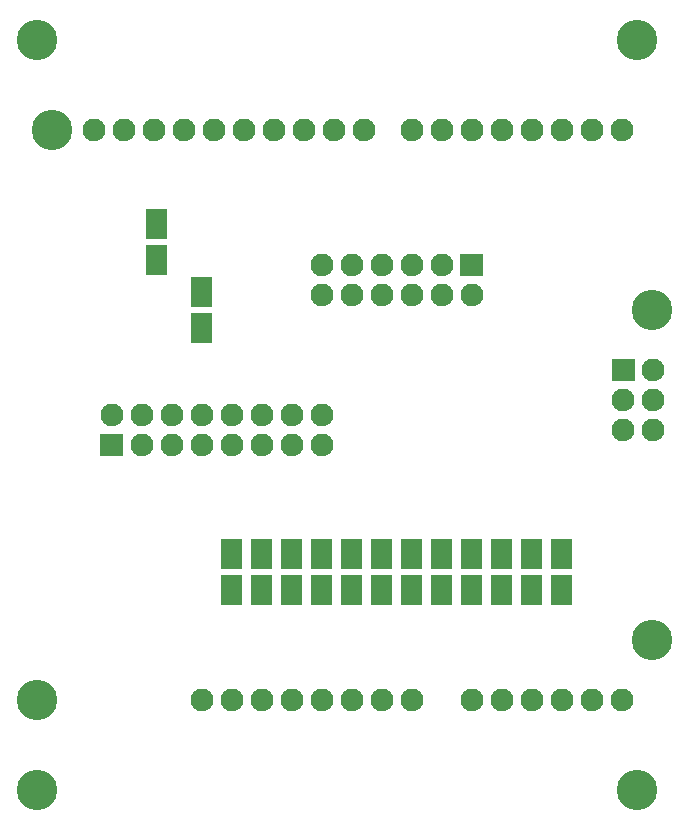
<source format=gbr>
G04 start of page 6 for group -4063 idx -4063 *
G04 Title: (unknown), componentmask *
G04 Creator: pcb 20140316 *
G04 CreationDate: Wed 25 Jul 2018 01:27:56 PM GMT UTC *
G04 For: thomasc *
G04 Format: Gerber/RS-274X *
G04 PCB-Dimensions (mil): 2500.00 3000.00 *
G04 PCB-Coordinate-Origin: lower left *
%MOIN*%
%FSLAX25Y25*%
%LNTOPMASK*%
%ADD35R,0.0700X0.0700*%
%ADD34C,0.0001*%
%ADD33C,0.1350*%
%ADD32C,0.0760*%
G54D32*X134000Y245000D03*
X220000D03*
X200000D03*
X210000D03*
G54D33*X225000Y275000D03*
G54D32*X180000Y245000D03*
X190000D03*
X170000D03*
X160000D03*
X150000D03*
X84000D03*
X74000D03*
X94000D03*
X104000D03*
X44000D03*
X64000D03*
X54000D03*
X114000D03*
X124000D03*
G54D33*X25000Y275000D03*
X30000Y245000D03*
G54D32*X80000Y55000D03*
X90000D03*
G54D33*X25000Y25000D03*
Y55000D03*
G54D32*X120000D03*
X110000D03*
X100000D03*
X130000D03*
X140000D03*
X150000D03*
X170000D03*
X180000D03*
X210000D03*
X220000D03*
G54D33*X230000Y75000D03*
X225000Y25000D03*
G54D32*X200000Y55000D03*
X190000D03*
X50000Y150000D03*
G54D34*G36*
X46200Y143800D02*Y136200D01*
X53800D01*
Y143800D01*
X46200D01*
G37*
G54D32*X60000Y150000D03*
Y140000D03*
X70000Y150000D03*
Y140000D03*
X80000Y150000D03*
Y140000D03*
X90000D03*
X100000D03*
X110000D03*
X120000D03*
X90000Y150000D03*
X100000D03*
X110000D03*
X120000D03*
X230500Y165000D03*
G54D34*G36*
X216700Y168800D02*Y161200D01*
X224300D01*
Y168800D01*
X216700D01*
G37*
G54D32*X220500Y155000D03*
Y145000D03*
G54D33*X230000Y185000D03*
G54D32*X230500Y155000D03*
Y145000D03*
X170000Y190000D03*
X160000D03*
X150000D03*
X140000D03*
X130000D03*
X120000D03*
Y200000D03*
X130000D03*
X160000D03*
G54D34*G36*
X166200Y203800D02*Y196200D01*
X173800D01*
Y203800D01*
X166200D01*
G37*
G54D32*X150000Y200000D03*
X140000D03*
G54D35*X150000Y93000D02*Y90000D01*
X140000Y93000D02*Y90000D01*
X130000Y93000D02*Y90000D01*
X150000Y105000D02*Y102000D01*
X140000Y105000D02*Y102000D01*
X130000Y105000D02*Y102000D01*
X120000Y105000D02*Y102000D01*
X110000Y105000D02*Y102000D01*
X100000Y105000D02*Y102000D01*
X120000Y93000D02*Y90000D01*
X110000Y93000D02*Y90000D01*
X100000Y93000D02*Y90000D01*
X90000Y93000D02*Y90000D01*
Y105000D02*Y102000D01*
X65000Y203000D02*Y200000D01*
X80000Y180500D02*Y177500D01*
Y192500D02*Y189500D01*
X65000Y215000D02*Y212000D01*
X180000Y93000D02*Y90000D01*
Y105000D02*Y102000D01*
X170000Y93000D02*Y90000D01*
Y105000D02*Y102000D01*
X200000Y93000D02*Y90000D01*
Y105000D02*Y102000D01*
X190000Y93000D02*Y90000D01*
Y105000D02*Y102000D01*
X160000Y93000D02*Y90000D01*
Y105000D02*Y102000D01*
M02*

</source>
